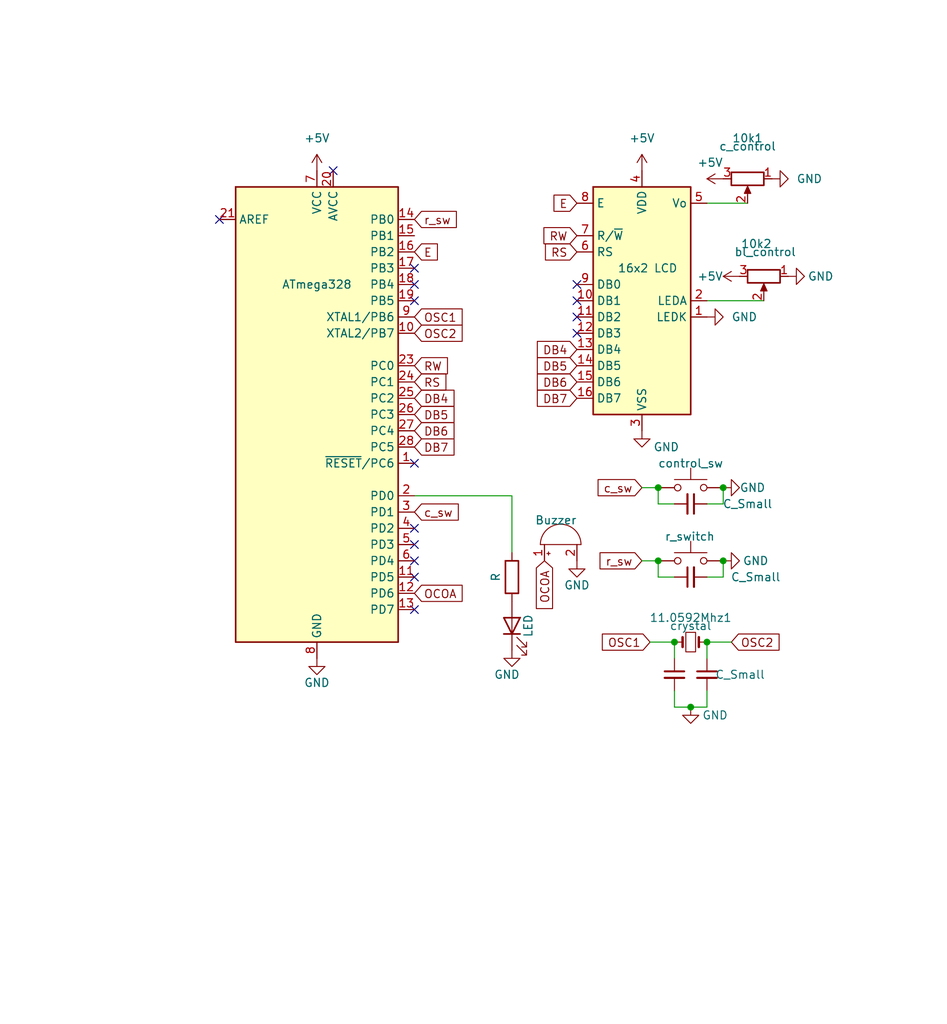
<source format=kicad_sch>
(kicad_sch (version 20211123) (generator eeschema)

  (uuid 901aed18-1b11-48b2-be76-22fb64cb12a5)

  (paper "User" 148.006 159.995)

  (title_block
    (title "Reaction Time Tester")
    (date "2022-11-18")
    (rev "1.0")
  )

  (lib_symbols
    (symbol "Device:Buzzer" (pin_names (offset 0.0254) hide) (in_bom yes) (on_board yes)
      (property "Reference" "BZ" (id 0) (at 3.81 1.27 0)
        (effects (font (size 1.27 1.27)) (justify left))
      )
      (property "Value" "Buzzer" (id 1) (at 3.81 -1.27 0)
        (effects (font (size 1.27 1.27)) (justify left))
      )
      (property "Footprint" "" (id 2) (at -0.635 2.54 90)
        (effects (font (size 1.27 1.27)) hide)
      )
      (property "Datasheet" "~" (id 3) (at -0.635 2.54 90)
        (effects (font (size 1.27 1.27)) hide)
      )
      (property "ki_keywords" "quartz resonator ceramic" (id 4) (at 0 0 0)
        (effects (font (size 1.27 1.27)) hide)
      )
      (property "ki_description" "Buzzer, polarized" (id 5) (at 0 0 0)
        (effects (font (size 1.27 1.27)) hide)
      )
      (property "ki_fp_filters" "*Buzzer*" (id 6) (at 0 0 0)
        (effects (font (size 1.27 1.27)) hide)
      )
      (symbol "Buzzer_0_1"
        (arc (start 0 -3.175) (mid 3.175 0) (end 0 3.175)
          (stroke (width 0) (type default) (color 0 0 0 0))
          (fill (type none))
        )
        (polyline
          (pts
            (xy -1.651 1.905)
            (xy -1.143 1.905)
          )
          (stroke (width 0) (type default) (color 0 0 0 0))
          (fill (type none))
        )
        (polyline
          (pts
            (xy -1.397 2.159)
            (xy -1.397 1.651)
          )
          (stroke (width 0) (type default) (color 0 0 0 0))
          (fill (type none))
        )
        (polyline
          (pts
            (xy 0 3.175)
            (xy 0 -3.175)
          )
          (stroke (width 0) (type default) (color 0 0 0 0))
          (fill (type none))
        )
      )
      (symbol "Buzzer_1_1"
        (pin passive line (at -2.54 2.54 0) (length 2.54)
          (name "-" (effects (font (size 1.27 1.27))))
          (number "1" (effects (font (size 1.27 1.27))))
        )
        (pin passive line (at -2.54 -2.54 0) (length 2.54)
          (name "+" (effects (font (size 1.27 1.27))))
          (number "2" (effects (font (size 1.27 1.27))))
        )
      )
    )
    (symbol "Device:C_Small" (pin_numbers hide) (pin_names (offset 0.254) hide) (in_bom yes) (on_board yes)
      (property "Reference" "C" (id 0) (at 0.254 1.778 0)
        (effects (font (size 1.27 1.27)) (justify left))
      )
      (property "Value" "C_Small" (id 1) (at 0.254 -2.032 0)
        (effects (font (size 1.27 1.27)) (justify left))
      )
      (property "Footprint" "" (id 2) (at 0 0 0)
        (effects (font (size 1.27 1.27)) hide)
      )
      (property "Datasheet" "~" (id 3) (at 0 0 0)
        (effects (font (size 1.27 1.27)) hide)
      )
      (property "ki_keywords" "capacitor cap" (id 4) (at 0 0 0)
        (effects (font (size 1.27 1.27)) hide)
      )
      (property "ki_description" "Unpolarized capacitor, small symbol" (id 5) (at 0 0 0)
        (effects (font (size 1.27 1.27)) hide)
      )
      (property "ki_fp_filters" "C_*" (id 6) (at 0 0 0)
        (effects (font (size 1.27 1.27)) hide)
      )
      (symbol "C_Small_0_1"
        (polyline
          (pts
            (xy -1.524 -0.508)
            (xy 1.524 -0.508)
          )
          (stroke (width 0.3302) (type default) (color 0 0 0 0))
          (fill (type none))
        )
        (polyline
          (pts
            (xy -1.524 0.508)
            (xy 1.524 0.508)
          )
          (stroke (width 0.3048) (type default) (color 0 0 0 0))
          (fill (type none))
        )
      )
      (symbol "C_Small_1_1"
        (pin passive line (at 0 2.54 270) (length 2.032)
          (name "~" (effects (font (size 1.27 1.27))))
          (number "1" (effects (font (size 1.27 1.27))))
        )
        (pin passive line (at 0 -2.54 90) (length 2.032)
          (name "~" (effects (font (size 1.27 1.27))))
          (number "2" (effects (font (size 1.27 1.27))))
        )
      )
    )
    (symbol "Device:Crystal_Small" (pin_numbers hide) (pin_names (offset 1.016) hide) (in_bom yes) (on_board yes)
      (property "Reference" "Y" (id 0) (at 0 2.54 0)
        (effects (font (size 1.27 1.27)))
      )
      (property "Value" "Crystal_Small" (id 1) (at 0 -2.54 0)
        (effects (font (size 1.27 1.27)))
      )
      (property "Footprint" "" (id 2) (at 0 0 0)
        (effects (font (size 1.27 1.27)) hide)
      )
      (property "Datasheet" "~" (id 3) (at 0 0 0)
        (effects (font (size 1.27 1.27)) hide)
      )
      (property "ki_keywords" "quartz ceramic resonator oscillator" (id 4) (at 0 0 0)
        (effects (font (size 1.27 1.27)) hide)
      )
      (property "ki_description" "Two pin crystal, small symbol" (id 5) (at 0 0 0)
        (effects (font (size 1.27 1.27)) hide)
      )
      (property "ki_fp_filters" "Crystal*" (id 6) (at 0 0 0)
        (effects (font (size 1.27 1.27)) hide)
      )
      (symbol "Crystal_Small_0_1"
        (rectangle (start -0.762 -1.524) (end 0.762 1.524)
          (stroke (width 0) (type default) (color 0 0 0 0))
          (fill (type none))
        )
        (polyline
          (pts
            (xy -1.27 -0.762)
            (xy -1.27 0.762)
          )
          (stroke (width 0.381) (type default) (color 0 0 0 0))
          (fill (type none))
        )
        (polyline
          (pts
            (xy 1.27 -0.762)
            (xy 1.27 0.762)
          )
          (stroke (width 0.381) (type default) (color 0 0 0 0))
          (fill (type none))
        )
      )
      (symbol "Crystal_Small_1_1"
        (pin passive line (at -2.54 0 0) (length 1.27)
          (name "1" (effects (font (size 1.27 1.27))))
          (number "1" (effects (font (size 1.27 1.27))))
        )
        (pin passive line (at 2.54 0 180) (length 1.27)
          (name "2" (effects (font (size 1.27 1.27))))
          (number "2" (effects (font (size 1.27 1.27))))
        )
      )
    )
    (symbol "Device:LED" (pin_numbers hide) (pin_names (offset 1.016) hide) (in_bom yes) (on_board yes)
      (property "Reference" "D" (id 0) (at 0 2.54 0)
        (effects (font (size 1.27 1.27)))
      )
      (property "Value" "LED" (id 1) (at 0 -2.54 0)
        (effects (font (size 1.27 1.27)))
      )
      (property "Footprint" "" (id 2) (at 0 0 0)
        (effects (font (size 1.27 1.27)) hide)
      )
      (property "Datasheet" "~" (id 3) (at 0 0 0)
        (effects (font (size 1.27 1.27)) hide)
      )
      (property "ki_keywords" "LED diode" (id 4) (at 0 0 0)
        (effects (font (size 1.27 1.27)) hide)
      )
      (property "ki_description" "Light emitting diode" (id 5) (at 0 0 0)
        (effects (font (size 1.27 1.27)) hide)
      )
      (property "ki_fp_filters" "LED* LED_SMD:* LED_THT:*" (id 6) (at 0 0 0)
        (effects (font (size 1.27 1.27)) hide)
      )
      (symbol "LED_0_1"
        (polyline
          (pts
            (xy -1.27 -1.27)
            (xy -1.27 1.27)
          )
          (stroke (width 0.254) (type default) (color 0 0 0 0))
          (fill (type none))
        )
        (polyline
          (pts
            (xy -1.27 0)
            (xy 1.27 0)
          )
          (stroke (width 0) (type default) (color 0 0 0 0))
          (fill (type none))
        )
        (polyline
          (pts
            (xy 1.27 -1.27)
            (xy 1.27 1.27)
            (xy -1.27 0)
            (xy 1.27 -1.27)
          )
          (stroke (width 0.254) (type default) (color 0 0 0 0))
          (fill (type none))
        )
        (polyline
          (pts
            (xy -3.048 -0.762)
            (xy -4.572 -2.286)
            (xy -3.81 -2.286)
            (xy -4.572 -2.286)
            (xy -4.572 -1.524)
          )
          (stroke (width 0) (type default) (color 0 0 0 0))
          (fill (type none))
        )
        (polyline
          (pts
            (xy -1.778 -0.762)
            (xy -3.302 -2.286)
            (xy -2.54 -2.286)
            (xy -3.302 -2.286)
            (xy -3.302 -1.524)
          )
          (stroke (width 0) (type default) (color 0 0 0 0))
          (fill (type none))
        )
      )
      (symbol "LED_1_1"
        (pin passive line (at -3.81 0 0) (length 2.54)
          (name "K" (effects (font (size 1.27 1.27))))
          (number "1" (effects (font (size 1.27 1.27))))
        )
        (pin passive line (at 3.81 0 180) (length 2.54)
          (name "A" (effects (font (size 1.27 1.27))))
          (number "2" (effects (font (size 1.27 1.27))))
        )
      )
    )
    (symbol "Device:R" (pin_numbers hide) (pin_names (offset 0)) (in_bom yes) (on_board yes)
      (property "Reference" "R" (id 0) (at 2.032 0 90)
        (effects (font (size 1.27 1.27)))
      )
      (property "Value" "R" (id 1) (at 0 0 90)
        (effects (font (size 1.27 1.27)))
      )
      (property "Footprint" "" (id 2) (at -1.778 0 90)
        (effects (font (size 1.27 1.27)) hide)
      )
      (property "Datasheet" "~" (id 3) (at 0 0 0)
        (effects (font (size 1.27 1.27)) hide)
      )
      (property "ki_keywords" "R res resistor" (id 4) (at 0 0 0)
        (effects (font (size 1.27 1.27)) hide)
      )
      (property "ki_description" "Resistor" (id 5) (at 0 0 0)
        (effects (font (size 1.27 1.27)) hide)
      )
      (property "ki_fp_filters" "R_*" (id 6) (at 0 0 0)
        (effects (font (size 1.27 1.27)) hide)
      )
      (symbol "R_0_1"
        (rectangle (start -1.016 -2.54) (end 1.016 2.54)
          (stroke (width 0.254) (type default) (color 0 0 0 0))
          (fill (type none))
        )
      )
      (symbol "R_1_1"
        (pin passive line (at 0 3.81 270) (length 1.27)
          (name "~" (effects (font (size 1.27 1.27))))
          (number "1" (effects (font (size 1.27 1.27))))
        )
        (pin passive line (at 0 -3.81 90) (length 1.27)
          (name "~" (effects (font (size 1.27 1.27))))
          (number "2" (effects (font (size 1.27 1.27))))
        )
      )
    )
    (symbol "Device:R_Potentiometer" (pin_names (offset 1.016) hide) (in_bom yes) (on_board yes)
      (property "Reference" "RV" (id 0) (at -4.445 0 90)
        (effects (font (size 1.27 1.27)))
      )
      (property "Value" "R_Potentiometer" (id 1) (at -2.54 0 90)
        (effects (font (size 1.27 1.27)))
      )
      (property "Footprint" "" (id 2) (at 0 0 0)
        (effects (font (size 1.27 1.27)) hide)
      )
      (property "Datasheet" "~" (id 3) (at 0 0 0)
        (effects (font (size 1.27 1.27)) hide)
      )
      (property "ki_keywords" "resistor variable" (id 4) (at 0 0 0)
        (effects (font (size 1.27 1.27)) hide)
      )
      (property "ki_description" "Potentiometer" (id 5) (at 0 0 0)
        (effects (font (size 1.27 1.27)) hide)
      )
      (property "ki_fp_filters" "Potentiometer*" (id 6) (at 0 0 0)
        (effects (font (size 1.27 1.27)) hide)
      )
      (symbol "R_Potentiometer_0_1"
        (polyline
          (pts
            (xy 2.54 0)
            (xy 1.524 0)
          )
          (stroke (width 0) (type default) (color 0 0 0 0))
          (fill (type none))
        )
        (polyline
          (pts
            (xy 1.143 0)
            (xy 2.286 0.508)
            (xy 2.286 -0.508)
            (xy 1.143 0)
          )
          (stroke (width 0) (type default) (color 0 0 0 0))
          (fill (type outline))
        )
        (rectangle (start 1.016 2.54) (end -1.016 -2.54)
          (stroke (width 0.254) (type default) (color 0 0 0 0))
          (fill (type none))
        )
      )
      (symbol "R_Potentiometer_1_1"
        (pin passive line (at 0 3.81 270) (length 1.27)
          (name "1" (effects (font (size 1.27 1.27))))
          (number "1" (effects (font (size 1.27 1.27))))
        )
        (pin passive line (at 3.81 0 180) (length 1.27)
          (name "2" (effects (font (size 1.27 1.27))))
          (number "2" (effects (font (size 1.27 1.27))))
        )
        (pin passive line (at 0 -3.81 90) (length 1.27)
          (name "3" (effects (font (size 1.27 1.27))))
          (number "3" (effects (font (size 1.27 1.27))))
        )
      )
    )
    (symbol "Display_Character:HY1602E" (in_bom yes) (on_board yes)
      (property "Reference" "DS" (id 0) (at -6.096 19.05 0)
        (effects (font (size 1.27 1.27)))
      )
      (property "Value" "HY1602E" (id 1) (at 5.08 19.05 0)
        (effects (font (size 1.27 1.27)))
      )
      (property "Footprint" "Display:HY1602E" (id 2) (at 0 -22.86 0)
        (effects (font (size 1.27 1.27) italic) hide)
      )
      (property "Datasheet" "http://www.icbank.com/data/ICBShop/board/HY1602E.pdf" (id 3) (at 5.08 2.54 0)
        (effects (font (size 1.27 1.27)) hide)
      )
      (property "ki_keywords" "display LCD 7-segment" (id 4) (at 0 0 0)
        (effects (font (size 1.27 1.27)) hide)
      )
      (property "ki_description" "LCD 16x2 Alphanumeric 16pin Blue/Yellow/Green Backlight, 8bit parallel, 5V VDD" (id 5) (at 0 0 0)
        (effects (font (size 1.27 1.27)) hide)
      )
      (property "ki_fp_filters" "*HY1602E*" (id 6) (at 0 0 0)
        (effects (font (size 1.27 1.27)) hide)
      )
      (symbol "HY1602E_0_1"
        (rectangle (start -7.62 17.78) (end 7.62 -17.78)
          (stroke (width 0.254) (type default) (color 0 0 0 0))
          (fill (type background))
        )
      )
      (symbol "HY1602E_1_1"
        (pin passive line (at 10.16 -2.54 180) (length 2.54)
          (name "LEDK" (effects (font (size 1.27 1.27))))
          (number "1" (effects (font (size 1.27 1.27))))
        )
        (pin bidirectional line (at -10.16 0 0) (length 2.54)
          (name "DB1" (effects (font (size 1.27 1.27))))
          (number "10" (effects (font (size 1.27 1.27))))
        )
        (pin bidirectional line (at -10.16 -2.54 0) (length 2.54)
          (name "DB2" (effects (font (size 1.27 1.27))))
          (number "11" (effects (font (size 1.27 1.27))))
        )
        (pin bidirectional line (at -10.16 -5.08 0) (length 2.54)
          (name "DB3" (effects (font (size 1.27 1.27))))
          (number "12" (effects (font (size 1.27 1.27))))
        )
        (pin bidirectional line (at -10.16 -7.62 0) (length 2.54)
          (name "DB4" (effects (font (size 1.27 1.27))))
          (number "13" (effects (font (size 1.27 1.27))))
        )
        (pin bidirectional line (at -10.16 -10.16 0) (length 2.54)
          (name "DB5" (effects (font (size 1.27 1.27))))
          (number "14" (effects (font (size 1.27 1.27))))
        )
        (pin bidirectional line (at -10.16 -12.7 0) (length 2.54)
          (name "DB6" (effects (font (size 1.27 1.27))))
          (number "15" (effects (font (size 1.27 1.27))))
        )
        (pin bidirectional line (at -10.16 -15.24 0) (length 2.54)
          (name "DB7" (effects (font (size 1.27 1.27))))
          (number "16" (effects (font (size 1.27 1.27))))
        )
        (pin passive line (at 10.16 0 180) (length 2.54)
          (name "LEDA" (effects (font (size 1.27 1.27))))
          (number "2" (effects (font (size 1.27 1.27))))
        )
        (pin power_in line (at 0 -20.32 90) (length 2.54)
          (name "VSS" (effects (font (size 1.27 1.27))))
          (number "3" (effects (font (size 1.27 1.27))))
        )
        (pin power_in line (at 0 20.32 270) (length 2.54)
          (name "VDD" (effects (font (size 1.27 1.27))))
          (number "4" (effects (font (size 1.27 1.27))))
        )
        (pin input line (at 10.16 15.24 180) (length 2.54)
          (name "Vo" (effects (font (size 1.27 1.27))))
          (number "5" (effects (font (size 1.27 1.27))))
        )
        (pin input line (at -10.16 7.62 0) (length 2.54)
          (name "RS" (effects (font (size 1.27 1.27))))
          (number "6" (effects (font (size 1.27 1.27))))
        )
        (pin input line (at -10.16 10.16 0) (length 2.54)
          (name "R/~{W}" (effects (font (size 1.27 1.27))))
          (number "7" (effects (font (size 1.27 1.27))))
        )
        (pin input line (at -10.16 15.24 0) (length 2.54)
          (name "E" (effects (font (size 1.27 1.27))))
          (number "8" (effects (font (size 1.27 1.27))))
        )
        (pin bidirectional line (at -10.16 2.54 0) (length 2.54)
          (name "DB0" (effects (font (size 1.27 1.27))))
          (number "9" (effects (font (size 1.27 1.27))))
        )
      )
    )
    (symbol "MCU_Microchip_ATmega:ATmega328-P" (in_bom yes) (on_board yes)
      (property "Reference" "U" (id 0) (at -12.7 36.83 0)
        (effects (font (size 1.27 1.27)) (justify left bottom))
      )
      (property "Value" "ATmega328-P" (id 1) (at 2.54 -36.83 0)
        (effects (font (size 1.27 1.27)) (justify left top))
      )
      (property "Footprint" "Package_DIP:DIP-28_W7.62mm" (id 2) (at 0 0 0)
        (effects (font (size 1.27 1.27) italic) hide)
      )
      (property "Datasheet" "http://ww1.microchip.com/downloads/en/DeviceDoc/ATmega328_P%20AVR%20MCU%20with%20picoPower%20Technology%20Data%20Sheet%2040001984A.pdf" (id 3) (at 0 0 0)
        (effects (font (size 1.27 1.27)) hide)
      )
      (property "ki_keywords" "AVR 8bit Microcontroller MegaAVR" (id 4) (at 0 0 0)
        (effects (font (size 1.27 1.27)) hide)
      )
      (property "ki_description" "20MHz, 32kB Flash, 2kB SRAM, 1kB EEPROM, DIP-28" (id 5) (at 0 0 0)
        (effects (font (size 1.27 1.27)) hide)
      )
      (property "ki_fp_filters" "DIP*W7.62mm*" (id 6) (at 0 0 0)
        (effects (font (size 1.27 1.27)) hide)
      )
      (symbol "ATmega328-P_0_1"
        (rectangle (start -12.7 -35.56) (end 12.7 35.56)
          (stroke (width 0.254) (type default) (color 0 0 0 0))
          (fill (type background))
        )
      )
      (symbol "ATmega328-P_1_1"
        (pin bidirectional line (at 15.24 -7.62 180) (length 2.54)
          (name "~{RESET}/PC6" (effects (font (size 1.27 1.27))))
          (number "1" (effects (font (size 1.27 1.27))))
        )
        (pin bidirectional line (at 15.24 12.7 180) (length 2.54)
          (name "XTAL2/PB7" (effects (font (size 1.27 1.27))))
          (number "10" (effects (font (size 1.27 1.27))))
        )
        (pin bidirectional line (at 15.24 -25.4 180) (length 2.54)
          (name "PD5" (effects (font (size 1.27 1.27))))
          (number "11" (effects (font (size 1.27 1.27))))
        )
        (pin bidirectional line (at 15.24 -27.94 180) (length 2.54)
          (name "PD6" (effects (font (size 1.27 1.27))))
          (number "12" (effects (font (size 1.27 1.27))))
        )
        (pin bidirectional line (at 15.24 -30.48 180) (length 2.54)
          (name "PD7" (effects (font (size 1.27 1.27))))
          (number "13" (effects (font (size 1.27 1.27))))
        )
        (pin bidirectional line (at 15.24 30.48 180) (length 2.54)
          (name "PB0" (effects (font (size 1.27 1.27))))
          (number "14" (effects (font (size 1.27 1.27))))
        )
        (pin bidirectional line (at 15.24 27.94 180) (length 2.54)
          (name "PB1" (effects (font (size 1.27 1.27))))
          (number "15" (effects (font (size 1.27 1.27))))
        )
        (pin bidirectional line (at 15.24 25.4 180) (length 2.54)
          (name "PB2" (effects (font (size 1.27 1.27))))
          (number "16" (effects (font (size 1.27 1.27))))
        )
        (pin bidirectional line (at 15.24 22.86 180) (length 2.54)
          (name "PB3" (effects (font (size 1.27 1.27))))
          (number "17" (effects (font (size 1.27 1.27))))
        )
        (pin bidirectional line (at 15.24 20.32 180) (length 2.54)
          (name "PB4" (effects (font (size 1.27 1.27))))
          (number "18" (effects (font (size 1.27 1.27))))
        )
        (pin bidirectional line (at 15.24 17.78 180) (length 2.54)
          (name "PB5" (effects (font (size 1.27 1.27))))
          (number "19" (effects (font (size 1.27 1.27))))
        )
        (pin bidirectional line (at 15.24 -12.7 180) (length 2.54)
          (name "PD0" (effects (font (size 1.27 1.27))))
          (number "2" (effects (font (size 1.27 1.27))))
        )
        (pin power_in line (at 2.54 38.1 270) (length 2.54)
          (name "AVCC" (effects (font (size 1.27 1.27))))
          (number "20" (effects (font (size 1.27 1.27))))
        )
        (pin passive line (at -15.24 30.48 0) (length 2.54)
          (name "AREF" (effects (font (size 1.27 1.27))))
          (number "21" (effects (font (size 1.27 1.27))))
        )
        (pin passive line (at 0 -38.1 90) (length 2.54) hide
          (name "GND" (effects (font (size 1.27 1.27))))
          (number "22" (effects (font (size 1.27 1.27))))
        )
        (pin bidirectional line (at 15.24 7.62 180) (length 2.54)
          (name "PC0" (effects (font (size 1.27 1.27))))
          (number "23" (effects (font (size 1.27 1.27))))
        )
        (pin bidirectional line (at 15.24 5.08 180) (length 2.54)
          (name "PC1" (effects (font (size 1.27 1.27))))
          (number "24" (effects (font (size 1.27 1.27))))
        )
        (pin bidirectional line (at 15.24 2.54 180) (length 2.54)
          (name "PC2" (effects (font (size 1.27 1.27))))
          (number "25" (effects (font (size 1.27 1.27))))
        )
        (pin bidirectional line (at 15.24 0 180) (length 2.54)
          (name "PC3" (effects (font (size 1.27 1.27))))
          (number "26" (effects (font (size 1.27 1.27))))
        )
        (pin bidirectional line (at 15.24 -2.54 180) (length 2.54)
          (name "PC4" (effects (font (size 1.27 1.27))))
          (number "27" (effects (font (size 1.27 1.27))))
        )
        (pin bidirectional line (at 15.24 -5.08 180) (length 2.54)
          (name "PC5" (effects (font (size 1.27 1.27))))
          (number "28" (effects (font (size 1.27 1.27))))
        )
        (pin bidirectional line (at 15.24 -15.24 180) (length 2.54)
          (name "PD1" (effects (font (size 1.27 1.27))))
          (number "3" (effects (font (size 1.27 1.27))))
        )
        (pin bidirectional line (at 15.24 -17.78 180) (length 2.54)
          (name "PD2" (effects (font (size 1.27 1.27))))
          (number "4" (effects (font (size 1.27 1.27))))
        )
        (pin bidirectional line (at 15.24 -20.32 180) (length 2.54)
          (name "PD3" (effects (font (size 1.27 1.27))))
          (number "5" (effects (font (size 1.27 1.27))))
        )
        (pin bidirectional line (at 15.24 -22.86 180) (length 2.54)
          (name "PD4" (effects (font (size 1.27 1.27))))
          (number "6" (effects (font (size 1.27 1.27))))
        )
        (pin power_in line (at 0 38.1 270) (length 2.54)
          (name "VCC" (effects (font (size 1.27 1.27))))
          (number "7" (effects (font (size 1.27 1.27))))
        )
        (pin power_in line (at 0 -38.1 90) (length 2.54)
          (name "GND" (effects (font (size 1.27 1.27))))
          (number "8" (effects (font (size 1.27 1.27))))
        )
        (pin bidirectional line (at 15.24 15.24 180) (length 2.54)
          (name "XTAL1/PB6" (effects (font (size 1.27 1.27))))
          (number "9" (effects (font (size 1.27 1.27))))
        )
      )
    )
    (symbol "Switch:SW_Push" (pin_numbers hide) (pin_names (offset 1.016) hide) (in_bom yes) (on_board yes)
      (property "Reference" "SW" (id 0) (at 1.27 2.54 0)
        (effects (font (size 1.27 1.27)) (justify left))
      )
      (property "Value" "SW_Push" (id 1) (at 0 -1.524 0)
        (effects (font (size 1.27 1.27)))
      )
      (property "Footprint" "" (id 2) (at 0 5.08 0)
        (effects (font (size 1.27 1.27)) hide)
      )
      (property "Datasheet" "~" (id 3) (at 0 5.08 0)
        (effects (font (size 1.27 1.27)) hide)
      )
      (property "ki_keywords" "switch normally-open pushbutton push-button" (id 4) (at 0 0 0)
        (effects (font (size 1.27 1.27)) hide)
      )
      (property "ki_description" "Push button switch, generic, two pins" (id 5) (at 0 0 0)
        (effects (font (size 1.27 1.27)) hide)
      )
      (symbol "SW_Push_0_1"
        (circle (center -2.032 0) (radius 0.508)
          (stroke (width 0) (type default) (color 0 0 0 0))
          (fill (type none))
        )
        (polyline
          (pts
            (xy 0 1.27)
            (xy 0 3.048)
          )
          (stroke (width 0) (type default) (color 0 0 0 0))
          (fill (type none))
        )
        (polyline
          (pts
            (xy 2.54 1.27)
            (xy -2.54 1.27)
          )
          (stroke (width 0) (type default) (color 0 0 0 0))
          (fill (type none))
        )
        (circle (center 2.032 0) (radius 0.508)
          (stroke (width 0) (type default) (color 0 0 0 0))
          (fill (type none))
        )
        (pin passive line (at -5.08 0 0) (length 2.54)
          (name "1" (effects (font (size 1.27 1.27))))
          (number "1" (effects (font (size 1.27 1.27))))
        )
        (pin passive line (at 5.08 0 180) (length 2.54)
          (name "2" (effects (font (size 1.27 1.27))))
          (number "2" (effects (font (size 1.27 1.27))))
        )
      )
    )
    (symbol "power:+5V" (power) (pin_names (offset 0)) (in_bom yes) (on_board yes)
      (property "Reference" "#PWR" (id 0) (at 0 -3.81 0)
        (effects (font (size 1.27 1.27)) hide)
      )
      (property "Value" "+5V" (id 1) (at 0 3.556 0)
        (effects (font (size 1.27 1.27)))
      )
      (property "Footprint" "" (id 2) (at 0 0 0)
        (effects (font (size 1.27 1.27)) hide)
      )
      (property "Datasheet" "" (id 3) (at 0 0 0)
        (effects (font (size 1.27 1.27)) hide)
      )
      (property "ki_keywords" "power-flag" (id 4) (at 0 0 0)
        (effects (font (size 1.27 1.27)) hide)
      )
      (property "ki_description" "Power symbol creates a global label with name \"+5V\"" (id 5) (at 0 0 0)
        (effects (font (size 1.27 1.27)) hide)
      )
      (symbol "+5V_0_1"
        (polyline
          (pts
            (xy -0.762 1.27)
            (xy 0 2.54)
          )
          (stroke (width 0) (type default) (color 0 0 0 0))
          (fill (type none))
        )
        (polyline
          (pts
            (xy 0 0)
            (xy 0 2.54)
          )
          (stroke (width 0) (type default) (color 0 0 0 0))
          (fill (type none))
        )
        (polyline
          (pts
            (xy 0 2.54)
            (xy 0.762 1.27)
          )
          (stroke (width 0) (type default) (color 0 0 0 0))
          (fill (type none))
        )
      )
      (symbol "+5V_1_1"
        (pin power_in line (at 0 0 90) (length 0) hide
          (name "+5V" (effects (font (size 1.27 1.27))))
          (number "1" (effects (font (size 1.27 1.27))))
        )
      )
    )
    (symbol "power:GND" (power) (pin_names (offset 0)) (in_bom yes) (on_board yes)
      (property "Reference" "#PWR" (id 0) (at 0 -6.35 0)
        (effects (font (size 1.27 1.27)) hide)
      )
      (property "Value" "GND" (id 1) (at 0 -3.81 0)
        (effects (font (size 1.27 1.27)))
      )
      (property "Footprint" "" (id 2) (at 0 0 0)
        (effects (font (size 1.27 1.27)) hide)
      )
      (property "Datasheet" "" (id 3) (at 0 0 0)
        (effects (font (size 1.27 1.27)) hide)
      )
      (property "ki_keywords" "power-flag" (id 4) (at 0 0 0)
        (effects (font (size 1.27 1.27)) hide)
      )
      (property "ki_description" "Power symbol creates a global label with name \"GND\" , ground" (id 5) (at 0 0 0)
        (effects (font (size 1.27 1.27)) hide)
      )
      (symbol "GND_0_1"
        (polyline
          (pts
            (xy 0 0)
            (xy 0 -1.27)
            (xy 1.27 -1.27)
            (xy 0 -2.54)
            (xy -1.27 -1.27)
            (xy 0 -1.27)
          )
          (stroke (width 0) (type default) (color 0 0 0 0))
          (fill (type none))
        )
      )
      (symbol "GND_1_1"
        (pin power_in line (at 0 0 270) (length 0) hide
          (name "GND" (effects (font (size 1.27 1.27))))
          (number "1" (effects (font (size 1.27 1.27))))
        )
      )
    )
  )

  (junction (at 102.87 87.63) (diameter 0) (color 0 0 0 0)
    (uuid 10db51c8-377a-4009-b011-8bdad2f39186)
  )
  (junction (at 113.03 76.2) (diameter 0) (color 0 0 0 0)
    (uuid 5c120216-169d-4780-acf2-0cebcdf8c55c)
  )
  (junction (at 102.87 76.2) (diameter 0) (color 0 0 0 0)
    (uuid 6093ecb3-4ef4-454e-bb2e-abef6a2adf2d)
  )
  (junction (at 107.95 110.49) (diameter 0) (color 0 0 0 0)
    (uuid 82e3f5c9-7ea2-4728-97ed-f6e31a3a0218)
  )
  (junction (at 105.41 100.33) (diameter 0) (color 0 0 0 0)
    (uuid d67f7b55-0960-4dff-945d-010f2a17b445)
  )
  (junction (at 113.03 87.63) (diameter 0) (color 0 0 0 0)
    (uuid e9453b91-0ee0-4046-8e07-dfb8069b2a54)
  )
  (junction (at 110.49 100.33) (diameter 0) (color 0 0 0 0)
    (uuid f8150983-d7ce-4be6-b73b-99ba73c4784a)
  )

  (no_connect (at 52.07 26.67) (uuid c1d6cef5-5403-4cf4-aa24-d38b4a5754d4))
  (no_connect (at 64.77 46.99) (uuid c1d6cef5-5403-4cf4-aa24-d38b4a5754d5))
  (no_connect (at 64.77 41.91) (uuid c1d6cef5-5403-4cf4-aa24-d38b4a5754d6))
  (no_connect (at 64.77 44.45) (uuid c1d6cef5-5403-4cf4-aa24-d38b4a5754d7))
  (no_connect (at 34.29 34.29) (uuid c1d6cef5-5403-4cf4-aa24-d38b4a5754d8))
  (no_connect (at 64.77 90.17) (uuid c1d6cef5-5403-4cf4-aa24-d38b4a5754d9))
  (no_connect (at 64.77 95.25) (uuid c1d6cef5-5403-4cf4-aa24-d38b4a5754da))
  (no_connect (at 64.77 72.39) (uuid c1d6cef5-5403-4cf4-aa24-d38b4a5754dc))
  (no_connect (at 64.77 82.55) (uuid c1d6cef5-5403-4cf4-aa24-d38b4a5754de))
  (no_connect (at 64.77 85.09) (uuid c1d6cef5-5403-4cf4-aa24-d38b4a5754df))
  (no_connect (at 64.77 87.63) (uuid c1d6cef5-5403-4cf4-aa24-d38b4a5754e0))
  (no_connect (at 90.17 44.45) (uuid c1d6cef5-5403-4cf4-aa24-d38b4a5754e1))
  (no_connect (at 90.17 46.99) (uuid c1d6cef5-5403-4cf4-aa24-d38b4a5754e2))
  (no_connect (at 90.17 49.53) (uuid c1d6cef5-5403-4cf4-aa24-d38b4a5754e3))
  (no_connect (at 90.17 52.07) (uuid c1d6cef5-5403-4cf4-aa24-d38b4a5754e4))

  (wire (pts (xy 80.01 86.36) (xy 80.01 77.47))
    (stroke (width 0) (type default) (color 0 0 0 0))
    (uuid 09309c39-0f7b-4064-891b-0711db9696b6)
  )
  (wire (pts (xy 105.41 102.87) (xy 105.41 100.33))
    (stroke (width 0) (type default) (color 0 0 0 0))
    (uuid 0ad98e82-f4e7-4f1f-9cff-9c5bb46d432a)
  )
  (wire (pts (xy 102.87 76.2) (xy 102.87 78.74))
    (stroke (width 0) (type default) (color 0 0 0 0))
    (uuid 0b78e9a2-683a-4bca-acf9-6f7405329d4e)
  )
  (wire (pts (xy 113.03 76.2) (xy 113.03 78.74))
    (stroke (width 0) (type default) (color 0 0 0 0))
    (uuid 144fa7dd-31ec-40dd-970d-ab92b2a1a0c7)
  )
  (wire (pts (xy 101.6 100.33) (xy 105.41 100.33))
    (stroke (width 0) (type default) (color 0 0 0 0))
    (uuid 15924775-a1da-4ca9-b607-0bc5557127cd)
  )
  (wire (pts (xy 110.49 46.99) (xy 119.38 46.99))
    (stroke (width 0) (type default) (color 0 0 0 0))
    (uuid 1d8685b8-7913-46de-ab16-9110b7eeb2b2)
  )
  (wire (pts (xy 110.49 31.75) (xy 116.84 31.75))
    (stroke (width 0) (type default) (color 0 0 0 0))
    (uuid 515968b7-090b-4ee7-a7fb-8cf97ea1c434)
  )
  (wire (pts (xy 64.77 77.47) (xy 80.01 77.47))
    (stroke (width 0) (type default) (color 0 0 0 0))
    (uuid 5f0c3bf7-ee08-4f5d-b99b-69f932cbd24b)
  )
  (wire (pts (xy 100.33 76.2) (xy 102.87 76.2))
    (stroke (width 0) (type default) (color 0 0 0 0))
    (uuid 6995063b-fd8a-4756-ba16-06f7b54b349e)
  )
  (wire (pts (xy 105.41 90.17) (xy 102.87 90.17))
    (stroke (width 0) (type default) (color 0 0 0 0))
    (uuid 6a6deaff-2b44-49f4-8b2a-8ae2722a7ab5)
  )
  (wire (pts (xy 100.33 87.63) (xy 102.87 87.63))
    (stroke (width 0) (type default) (color 0 0 0 0))
    (uuid 7f4e3145-fdbc-475b-9957-e9b506c5886a)
  )
  (wire (pts (xy 105.41 110.49) (xy 105.41 107.95))
    (stroke (width 0) (type default) (color 0 0 0 0))
    (uuid 92844eed-b301-4f79-90a1-87ae3b6114c8)
  )
  (wire (pts (xy 105.41 78.74) (xy 102.87 78.74))
    (stroke (width 0) (type default) (color 0 0 0 0))
    (uuid 9a4dbdcc-8198-4bb7-b7a7-21d767e798f0)
  )
  (wire (pts (xy 102.87 90.17) (xy 102.87 87.63))
    (stroke (width 0) (type default) (color 0 0 0 0))
    (uuid ac8cac88-66ff-4a97-9880-85f01229e5cf)
  )
  (wire (pts (xy 110.49 110.49) (xy 110.49 107.95))
    (stroke (width 0) (type default) (color 0 0 0 0))
    (uuid accc610a-ee6f-4b9e-90cb-560177ee401d)
  )
  (wire (pts (xy 107.95 110.49) (xy 110.49 110.49))
    (stroke (width 0) (type default) (color 0 0 0 0))
    (uuid ad4262b0-24b3-457e-87e1-733ae1762aaa)
  )
  (wire (pts (xy 114.3 100.33) (xy 110.49 100.33))
    (stroke (width 0) (type default) (color 0 0 0 0))
    (uuid b10fa75e-4996-4dc5-bdd2-2e944d022829)
  )
  (wire (pts (xy 110.49 78.74) (xy 113.03 78.74))
    (stroke (width 0) (type default) (color 0 0 0 0))
    (uuid b4f54e4c-782a-4be5-815a-1d483e030e27)
  )
  (wire (pts (xy 105.41 110.49) (xy 107.95 110.49))
    (stroke (width 0) (type default) (color 0 0 0 0))
    (uuid d7c321e6-6a20-4e56-b36a-cb8f67fda670)
  )
  (wire (pts (xy 113.03 90.17) (xy 113.03 87.63))
    (stroke (width 0) (type default) (color 0 0 0 0))
    (uuid ea3527c7-98b2-4828-983c-ca72ae080495)
  )
  (wire (pts (xy 110.49 90.17) (xy 113.03 90.17))
    (stroke (width 0) (type default) (color 0 0 0 0))
    (uuid ef531f2a-de2f-4b48-a621-f595a0187ce3)
  )
  (wire (pts (xy 110.49 102.87) (xy 110.49 100.33))
    (stroke (width 0) (type default) (color 0 0 0 0))
    (uuid fe4dd110-5412-4b39-85a8-d9d6aa35f497)
  )

  (global_label "DB4" (shape input) (at 64.77 62.23 0) (fields_autoplaced)
    (effects (font (size 1.27 1.27)) (justify left))
    (uuid 1b10f031-7085-4de4-9a26-585515a57bcd)
    (property "Intersheet References" "${INTERSHEET_REFS}" (id 0) (at 70.9326 62.1506 0)
      (effects (font (size 1.27 1.27)) (justify left) hide)
    )
  )
  (global_label "OCOA" (shape input) (at 85.09 87.63 270) (fields_autoplaced)
    (effects (font (size 1.27 1.27)) (justify right))
    (uuid 2a4ea307-9083-40b7-ae68-2c865510950b)
    (property "Intersheet References" "${INTERSHEET_REFS}" (id 0) (at 85.0106 95.0626 90)
      (effects (font (size 1.27 1.27)) (justify right) hide)
    )
  )
  (global_label "DB6" (shape input) (at 90.17 59.69 180) (fields_autoplaced)
    (effects (font (size 1.27 1.27)) (justify right))
    (uuid 2a736c25-20cf-469a-b567-795db9e24c3a)
    (property "Intersheet References" "${INTERSHEET_REFS}" (id 0) (at 84.0074 59.6106 0)
      (effects (font (size 1.27 1.27)) (justify right) hide)
    )
  )
  (global_label "OSC1" (shape input) (at 101.6 100.33 180) (fields_autoplaced)
    (effects (font (size 1.27 1.27)) (justify right))
    (uuid 304029b3-7651-4a5a-876f-31d949185cdd)
    (property "Intersheet References" "${INTERSHEET_REFS}" (id 0) (at 94.1674 100.2506 0)
      (effects (font (size 1.27 1.27)) (justify right) hide)
    )
  )
  (global_label "DB5" (shape input) (at 90.17 57.15 180) (fields_autoplaced)
    (effects (font (size 1.27 1.27)) (justify right))
    (uuid 31638c52-c965-4e7f-986a-a3124ab0444f)
    (property "Intersheet References" "${INTERSHEET_REFS}" (id 0) (at 84.0074 57.0706 0)
      (effects (font (size 1.27 1.27)) (justify right) hide)
    )
  )
  (global_label "OSC2" (shape input) (at 64.77 52.07 0) (fields_autoplaced)
    (effects (font (size 1.27 1.27)) (justify left))
    (uuid 32fada62-3b24-4e28-9cea-a15270c2e6f4)
    (property "Intersheet References" "${INTERSHEET_REFS}" (id 0) (at 72.2026 51.9906 0)
      (effects (font (size 1.27 1.27)) (justify left) hide)
    )
  )
  (global_label "OSC2" (shape input) (at 114.3 100.33 0) (fields_autoplaced)
    (effects (font (size 1.27 1.27)) (justify left))
    (uuid 38611782-2b07-4cf3-9bf3-7575ab8bf2aa)
    (property "Intersheet References" "${INTERSHEET_REFS}" (id 0) (at 121.7326 100.2506 0)
      (effects (font (size 1.27 1.27)) (justify left) hide)
    )
  )
  (global_label "E" (shape input) (at 64.77 39.37 0) (fields_autoplaced)
    (effects (font (size 1.27 1.27)) (justify left))
    (uuid 4b03293b-0171-47fd-98f0-5ae10f9a96b8)
    (property "Intersheet References" "${INTERSHEET_REFS}" (id 0) (at 68.3321 39.2906 0)
      (effects (font (size 1.27 1.27)) (justify left) hide)
    )
  )
  (global_label "r_sw" (shape input) (at 64.77 34.29 0) (fields_autoplaced)
    (effects (font (size 1.27 1.27)) (justify left))
    (uuid 53b6b685-5efe-4098-a709-79e34325d26a)
    (property "Intersheet References" "${INTERSHEET_REFS}" (id 0) (at 71.2955 34.2106 0)
      (effects (font (size 1.27 1.27)) (justify left) hide)
    )
  )
  (global_label "DB5" (shape input) (at 64.77 64.77 0) (fields_autoplaced)
    (effects (font (size 1.27 1.27)) (justify left))
    (uuid 56a3931e-839e-40c2-8d3c-b73a9fc80346)
    (property "Intersheet References" "${INTERSHEET_REFS}" (id 0) (at 70.9326 64.6906 0)
      (effects (font (size 1.27 1.27)) (justify left) hide)
    )
  )
  (global_label "RS" (shape input) (at 64.77 59.69 0) (fields_autoplaced)
    (effects (font (size 1.27 1.27)) (justify left))
    (uuid 58602bef-3a8a-46ce-9164-63478d5c74ca)
    (property "Intersheet References" "${INTERSHEET_REFS}" (id 0) (at 69.6626 59.6106 0)
      (effects (font (size 1.27 1.27)) (justify left) hide)
    )
  )
  (global_label "c_sw" (shape input) (at 100.33 76.2 180) (fields_autoplaced)
    (effects (font (size 1.27 1.27)) (justify right))
    (uuid 5c377cdd-b765-4f1d-911f-6a61952c5db6)
    (property "Intersheet References" "${INTERSHEET_REFS}" (id 0) (at 93.5021 76.1206 0)
      (effects (font (size 1.27 1.27)) (justify right) hide)
    )
  )
  (global_label "RW" (shape input) (at 90.17 36.83 180) (fields_autoplaced)
    (effects (font (size 1.27 1.27)) (justify right))
    (uuid 63b4179a-763c-4a55-ba03-2c5ac1938ebd)
    (property "Intersheet References" "${INTERSHEET_REFS}" (id 0) (at 85.0355 36.7506 0)
      (effects (font (size 1.27 1.27)) (justify right) hide)
    )
  )
  (global_label "DB6" (shape input) (at 64.77 67.31 0) (fields_autoplaced)
    (effects (font (size 1.27 1.27)) (justify left))
    (uuid 67d8ecc8-4770-4dc2-89bd-fcc86fd5f431)
    (property "Intersheet References" "${INTERSHEET_REFS}" (id 0) (at 70.9326 67.2306 0)
      (effects (font (size 1.27 1.27)) (justify left) hide)
    )
  )
  (global_label "RS" (shape input) (at 90.17 39.37 180) (fields_autoplaced)
    (effects (font (size 1.27 1.27)) (justify right))
    (uuid 7319e64d-bec5-4b51-b11d-b3e9c9e117e5)
    (property "Intersheet References" "${INTERSHEET_REFS}" (id 0) (at 85.2774 39.2906 0)
      (effects (font (size 1.27 1.27)) (justify right) hide)
    )
  )
  (global_label "c_sw" (shape input) (at 64.77 80.01 0) (fields_autoplaced)
    (effects (font (size 1.27 1.27)) (justify left))
    (uuid 797f31aa-d43a-4dd4-8c7d-3734f2266da8)
    (property "Intersheet References" "${INTERSHEET_REFS}" (id 0) (at 71.5979 80.0894 0)
      (effects (font (size 1.27 1.27)) (justify left) hide)
    )
  )
  (global_label "DB7" (shape input) (at 90.17 62.23 180) (fields_autoplaced)
    (effects (font (size 1.27 1.27)) (justify right))
    (uuid 92c08759-e782-4679-adcf-5a9bff2a2b35)
    (property "Intersheet References" "${INTERSHEET_REFS}" (id 0) (at 84.0074 62.1506 0)
      (effects (font (size 1.27 1.27)) (justify right) hide)
    )
  )
  (global_label "E" (shape input) (at 90.17 31.75 180) (fields_autoplaced)
    (effects (font (size 1.27 1.27)) (justify right))
    (uuid 9b8b589e-d770-42a9-92d7-4fda603dc011)
    (property "Intersheet References" "${INTERSHEET_REFS}" (id 0) (at 86.6079 31.6706 0)
      (effects (font (size 1.27 1.27)) (justify right) hide)
    )
  )
  (global_label "RW" (shape input) (at 64.77 57.15 0) (fields_autoplaced)
    (effects (font (size 1.27 1.27)) (justify left))
    (uuid a5d59555-919b-498e-b1bf-574344121411)
    (property "Intersheet References" "${INTERSHEET_REFS}" (id 0) (at 69.9045 57.0706 0)
      (effects (font (size 1.27 1.27)) (justify left) hide)
    )
  )
  (global_label "r_sw" (shape input) (at 100.33 87.63 180) (fields_autoplaced)
    (effects (font (size 1.27 1.27)) (justify right))
    (uuid bb33dbb4-9a80-4fd4-afa4-70b216eaa0be)
    (property "Intersheet References" "${INTERSHEET_REFS}" (id 0) (at 93.8045 87.5506 0)
      (effects (font (size 1.27 1.27)) (justify right) hide)
    )
  )
  (global_label "DB7" (shape input) (at 64.77 69.85 0) (fields_autoplaced)
    (effects (font (size 1.27 1.27)) (justify left))
    (uuid c4df17dd-9f93-4772-84ce-dec9dbcc4067)
    (property "Intersheet References" "${INTERSHEET_REFS}" (id 0) (at 70.9326 69.7706 0)
      (effects (font (size 1.27 1.27)) (justify left) hide)
    )
  )
  (global_label "OSC1" (shape input) (at 64.77 49.53 0) (fields_autoplaced)
    (effects (font (size 1.27 1.27)) (justify left))
    (uuid d00a4554-12ab-435f-84a8-fea03a96b8cd)
    (property "Intersheet References" "${INTERSHEET_REFS}" (id 0) (at 72.2026 49.4506 0)
      (effects (font (size 1.27 1.27)) (justify left) hide)
    )
  )
  (global_label "OCOA" (shape input) (at 64.77 92.71 0) (fields_autoplaced)
    (effects (font (size 1.27 1.27)) (justify left))
    (uuid d6a60c2c-c1c4-46b6-af58-80b672b89548)
    (property "Intersheet References" "${INTERSHEET_REFS}" (id 0) (at 72.2026 92.6306 0)
      (effects (font (size 1.27 1.27)) (justify left) hide)
    )
  )
  (global_label "DB4" (shape input) (at 90.17 54.61 180) (fields_autoplaced)
    (effects (font (size 1.27 1.27)) (justify right))
    (uuid fc412928-9361-41a7-93d9-2b5b5fbe27d2)
    (property "Intersheet References" "${INTERSHEET_REFS}" (id 0) (at 84.0074 54.5306 0)
      (effects (font (size 1.27 1.27)) (justify right) hide)
    )
  )

  (symbol (lib_id "power:+5V") (at 115.57 43.18 90) (unit 1)
    (in_bom yes) (on_board yes)
    (uuid 0549d77d-1c5b-4db2-94c0-cda38d70a052)
    (property "Reference" "#PWR0109" (id 0) (at 119.38 43.18 0)
      (effects (font (size 1.27 1.27)) hide)
    )
    (property "Value" "+5V" (id 1) (at 113.03 43.18 90)
      (effects (font (size 1.27 1.27)) (justify left))
    )
    (property "Footprint" "" (id 2) (at 115.57 43.18 0)
      (effects (font (size 1.27 1.27)) hide)
    )
    (property "Datasheet" "" (id 3) (at 115.57 43.18 0)
      (effects (font (size 1.27 1.27)) hide)
    )
    (pin "1" (uuid 1c8a79f3-a5eb-458f-a135-52e51086921c))
  )

  (symbol (lib_id "Device:C_Small") (at 107.95 90.17 90) (unit 1)
    (in_bom yes) (on_board yes)
    (uuid 060e5bfb-35e5-450a-a314-4b891e906ea0)
    (property "Reference" "C3" (id 0) (at 107.9563 83.82 90)
      (effects (font (size 1.27 1.27)) hide)
    )
    (property "Value" "C_Small" (id 1) (at 118.11 90.17 90))
    (property "Footprint" "" (id 2) (at 107.95 90.17 0)
      (effects (font (size 1.27 1.27)) hide)
    )
    (property "Datasheet" "~" (id 3) (at 107.95 90.17 0)
      (effects (font (size 1.27 1.27)) hide)
    )
    (pin "1" (uuid d1fa5ff0-ebef-4918-92c6-3f13029f8059))
    (pin "2" (uuid 4573c816-ee6b-4599-9f7f-c3497ae04ada))
  )

  (symbol (lib_id "Switch:SW_Push") (at 107.95 76.2 0) (unit 1)
    (in_bom yes) (on_board yes)
    (uuid 21d20a81-7d9f-44fd-a83d-793c8f49f88b)
    (property "Reference" "SW1" (id 0) (at 107.95 68.58 0)
      (effects (font (size 1.27 1.27)) hide)
    )
    (property "Value" "control_sw" (id 1) (at 107.95 72.39 0))
    (property "Footprint" "" (id 2) (at 107.95 71.12 0)
      (effects (font (size 1.27 1.27)) hide)
    )
    (property "Datasheet" "~" (id 3) (at 107.95 71.12 0)
      (effects (font (size 1.27 1.27)) hide)
    )
    (pin "1" (uuid 17ac4aa2-5ba4-4f09-b9b6-14f776f28189))
    (pin "2" (uuid 4440c58f-6aa4-4251-a9d4-e4c0a645febe))
  )

  (symbol (lib_id "Device:R_Potentiometer") (at 119.38 43.18 270) (unit 1)
    (in_bom yes) (on_board yes)
    (uuid 30d882d6-6d7e-4b58-bf5b-b6254f09574c)
    (property "Reference" "10k2" (id 0) (at 120.65 38.1 90)
      (effects (font (size 1.27 1.27)) (justify right))
    )
    (property "Value" "bl_control" (id 1) (at 124.46 39.37 90)
      (effects (font (size 1.27 1.27)) (justify right))
    )
    (property "Footprint" "" (id 2) (at 119.38 43.18 0)
      (effects (font (size 1.27 1.27)) hide)
    )
    (property "Datasheet" "~" (id 3) (at 119.38 43.18 0)
      (effects (font (size 1.27 1.27)) hide)
    )
    (pin "1" (uuid 13c5d94b-00f2-48d6-9ed0-eef8a228ddfb))
    (pin "2" (uuid eb821efb-20b0-43dc-8516-054b8cd39e90))
    (pin "3" (uuid b6919e21-6ae1-4ad2-b3a8-bad645d77dcc))
  )

  (symbol (lib_id "power:GND") (at 107.95 110.49 0) (unit 1)
    (in_bom yes) (on_board yes)
    (uuid 3564c747-8989-4a8a-a1b1-c6ef82ceb534)
    (property "Reference" "#PWR0101" (id 0) (at 107.95 116.84 0)
      (effects (font (size 1.27 1.27)) hide)
    )
    (property "Value" "GND" (id 1) (at 111.76 111.76 0))
    (property "Footprint" "" (id 2) (at 107.95 110.49 0)
      (effects (font (size 1.27 1.27)) hide)
    )
    (property "Datasheet" "" (id 3) (at 107.95 110.49 0)
      (effects (font (size 1.27 1.27)) hide)
    )
    (pin "1" (uuid e6c7c4fe-1a2d-478d-868b-2fa8621c9041))
  )

  (symbol (lib_id "power:GND") (at 120.65 27.94 90) (unit 1)
    (in_bom yes) (on_board yes) (fields_autoplaced)
    (uuid 3bf6755c-7ca7-4595-84b8-32be7b8ef549)
    (property "Reference" "#PWR0113" (id 0) (at 127 27.94 0)
      (effects (font (size 1.27 1.27)) hide)
    )
    (property "Value" "GND" (id 1) (at 124.46 27.9399 90)
      (effects (font (size 1.27 1.27)) (justify right))
    )
    (property "Footprint" "" (id 2) (at 120.65 27.94 0)
      (effects (font (size 1.27 1.27)) hide)
    )
    (property "Datasheet" "" (id 3) (at 120.65 27.94 0)
      (effects (font (size 1.27 1.27)) hide)
    )
    (pin "1" (uuid 923ae220-ae0e-4714-9998-692925adece2))
  )

  (symbol (lib_id "power:GND") (at 123.19 43.18 90) (unit 1)
    (in_bom yes) (on_board yes)
    (uuid 45104f55-4a85-47c1-b82b-cc1045249f9a)
    (property "Reference" "#PWR0114" (id 0) (at 129.54 43.18 0)
      (effects (font (size 1.27 1.27)) hide)
    )
    (property "Value" "GND" (id 1) (at 128.27 43.18 90))
    (property "Footprint" "" (id 2) (at 123.19 43.18 0)
      (effects (font (size 1.27 1.27)) hide)
    )
    (property "Datasheet" "" (id 3) (at 123.19 43.18 0)
      (effects (font (size 1.27 1.27)) hide)
    )
    (pin "1" (uuid 2fae8da7-ebc7-4a7b-ba31-faa5296f9925))
  )

  (symbol (lib_id "Device:C_Small") (at 105.41 105.41 0) (unit 1)
    (in_bom yes) (on_board yes) (fields_autoplaced)
    (uuid 486d7a61-34b0-44d6-a726-7fdeb55d30a0)
    (property "Reference" "C1" (id 0) (at 107.95 104.1462 0)
      (effects (font (size 1.27 1.27)) (justify left) hide)
    )
    (property "Value" "C_Small" (id 1) (at 107.95 106.6862 0)
      (effects (font (size 1.27 1.27)) (justify left) hide)
    )
    (property "Footprint" "" (id 2) (at 105.41 105.41 0)
      (effects (font (size 1.27 1.27)) hide)
    )
    (property "Datasheet" "~" (id 3) (at 105.41 105.41 0)
      (effects (font (size 1.27 1.27)) hide)
    )
    (pin "1" (uuid 8ebbef2b-d808-4a00-b33e-7d0457d67bec))
    (pin "2" (uuid d7b02611-dd06-408e-81a7-e2bb0499f745))
  )

  (symbol (lib_id "power:GND") (at 80.01 101.6 0) (unit 1)
    (in_bom yes) (on_board yes)
    (uuid 499e1c40-4af7-4482-9147-ab46d638c9c2)
    (property "Reference" "#PWR0105" (id 0) (at 80.01 107.95 0)
      (effects (font (size 1.27 1.27)) hide)
    )
    (property "Value" "GND" (id 1) (at 81.28 105.41 0)
      (effects (font (size 1.27 1.27)) (justify right))
    )
    (property "Footprint" "" (id 2) (at 80.01 101.6 0)
      (effects (font (size 1.27 1.27)) hide)
    )
    (property "Datasheet" "" (id 3) (at 80.01 101.6 0)
      (effects (font (size 1.27 1.27)) hide)
    )
    (pin "1" (uuid 7499c726-6930-4523-9c4b-7ff607ef72fc))
  )

  (symbol (lib_id "Device:C_Small") (at 110.49 105.41 0) (unit 1)
    (in_bom yes) (on_board yes)
    (uuid 49cb0f25-43f0-436b-acb1-6217dee346fb)
    (property "Reference" "C4" (id 0) (at 113.03 104.1462 0)
      (effects (font (size 1.27 1.27)) (justify left) hide)
    )
    (property "Value" "C_Small" (id 1) (at 111.76 105.41 0)
      (effects (font (size 1.27 1.27)) (justify left))
    )
    (property "Footprint" "" (id 2) (at 110.49 105.41 0)
      (effects (font (size 1.27 1.27)) hide)
    )
    (property "Datasheet" "~" (id 3) (at 110.49 105.41 0)
      (effects (font (size 1.27 1.27)) hide)
    )
    (pin "1" (uuid 6b4bc596-50dd-428c-b33b-cc9951f2b14d))
    (pin "2" (uuid 0e384f7f-a035-45b0-bd30-478227faa0b9))
  )

  (symbol (lib_id "power:GND") (at 113.03 76.2 90) (unit 1)
    (in_bom yes) (on_board yes)
    (uuid 58e8cd0e-aa93-4baf-afb7-f30d8ef61b5a)
    (property "Reference" "#PWR0107" (id 0) (at 119.38 76.2 0)
      (effects (font (size 1.27 1.27)) hide)
    )
    (property "Value" "GND" (id 1) (at 115.57 76.2 90)
      (effects (font (size 1.27 1.27)) (justify right))
    )
    (property "Footprint" "" (id 2) (at 113.03 76.2 0)
      (effects (font (size 1.27 1.27)) hide)
    )
    (property "Datasheet" "" (id 3) (at 113.03 76.2 0)
      (effects (font (size 1.27 1.27)) hide)
    )
    (pin "1" (uuid 078251e4-9648-4a56-831b-1d8891b294eb))
  )

  (symbol (lib_id "power:+5V") (at 100.33 26.67 0) (unit 1)
    (in_bom yes) (on_board yes) (fields_autoplaced)
    (uuid 661711c8-36dd-4d3c-8549-75592a24a60f)
    (property "Reference" "#PWR0112" (id 0) (at 100.33 30.48 0)
      (effects (font (size 1.27 1.27)) hide)
    )
    (property "Value" "+5V" (id 1) (at 100.33 21.59 0))
    (property "Footprint" "" (id 2) (at 100.33 26.67 0)
      (effects (font (size 1.27 1.27)) hide)
    )
    (property "Datasheet" "" (id 3) (at 100.33 26.67 0)
      (effects (font (size 1.27 1.27)) hide)
    )
    (pin "1" (uuid 27f39fdd-b6a2-41d9-925f-3a225dfbda7f))
  )

  (symbol (lib_id "MCU_Microchip_ATmega:ATmega328-P") (at 49.53 64.77 0) (unit 1)
    (in_bom yes) (on_board yes)
    (uuid 741078f8-e62b-463b-bf7d-e6401f1023c0)
    (property "Reference" "U1" (id 0) (at 27.94 29.9593 0)
      (effects (font (size 1.27 1.27)) hide)
    )
    (property "Value" "ATmega328" (id 1) (at 49.53 44.45 0))
    (property "Footprint" "Package_DIP:DIP-28_W7.62mm" (id 2) (at 49.53 64.77 0)
      (effects (font (size 1.27 1.27) italic) hide)
    )
    (property "Datasheet" "http://ww1.microchip.com/downloads/en/DeviceDoc/ATmega328_P%20AVR%20MCU%20with%20picoPower%20Technology%20Data%20Sheet%2040001984A.pdf" (id 3) (at 49.53 64.77 0)
      (effects (font (size 1.27 1.27)) hide)
    )
    (pin "1" (uuid 44a15a12-ca4c-48b0-958a-db35501b29a8))
    (pin "10" (uuid 0f6d59ba-6ab7-43f3-82ec-5f91df9605ba))
    (pin "11" (uuid e0fc8a8e-870f-45fc-948e-bcdf61f67951))
    (pin "12" (uuid 79a27254-8fce-47b7-b521-ac9afa25657c))
    (pin "13" (uuid f2bf8cee-aee9-4c4d-9276-761dbe345bc3))
    (pin "14" (uuid 33e7bf33-f41b-40ea-85c8-295a31f074af))
    (pin "15" (uuid fae9bd12-e9cf-460e-8db1-6703bb9b1eef))
    (pin "16" (uuid 06e15b3c-620b-4cf1-9e6f-f92c88ac5b01))
    (pin "17" (uuid 2cc65a78-5a38-42a1-8873-114a777f8fb5))
    (pin "18" (uuid 2b5b17ac-546a-4ff6-a946-24611f64494d))
    (pin "19" (uuid 13e71c4f-93bb-4c84-a7b1-dec377ddd0ee))
    (pin "2" (uuid d17d17cf-1632-4e95-9fee-7568d2d74482))
    (pin "20" (uuid d8d9af35-59ae-4ee7-82f2-7fcc75bfd3e7))
    (pin "21" (uuid f6d93ce4-6b80-4d04-9bc1-4908ae76de27))
    (pin "22" (uuid 86531408-6bf8-4109-a6b8-aa797163b63f))
    (pin "23" (uuid 3d25b2b1-9d3d-425f-81b2-7420b01af2d7))
    (pin "24" (uuid 5b2305b8-e2b2-43af-89cd-58f6221198f1))
    (pin "25" (uuid 9db960c0-76b8-4447-a9f9-7388e56a6f2c))
    (pin "26" (uuid 63c15106-e7bf-4c29-a248-e8687ce62d92))
    (pin "27" (uuid ea9e082f-766b-4643-bf12-737ab21f1fdd))
    (pin "28" (uuid afdb2661-4f2e-4b30-a530-ae399834555a))
    (pin "3" (uuid 265c47a5-c843-4bdc-8dcb-1788caecefd4))
    (pin "4" (uuid f95996c3-fe8e-4475-ab1b-8823eb5b28ab))
    (pin "5" (uuid e69f25b3-4274-43e8-b19a-a535d28db843))
    (pin "6" (uuid ab9d969c-db4c-4bcf-a88b-2bbbd8408e37))
    (pin "7" (uuid fba43dbc-131f-4734-ac02-dfba62205c0d))
    (pin "8" (uuid 290a810a-d672-4371-80b2-4f8d97ddb945))
    (pin "9" (uuid a6a1af02-8427-48c5-b3df-7ec663af0106))
  )

  (symbol (lib_id "power:GND") (at 110.49 49.53 90) (unit 1)
    (in_bom yes) (on_board yes) (fields_autoplaced)
    (uuid 763c8863-63e3-47b3-a65c-163326d83411)
    (property "Reference" "#PWR0110" (id 0) (at 116.84 49.53 0)
      (effects (font (size 1.27 1.27)) hide)
    )
    (property "Value" "GND" (id 1) (at 114.3 49.5299 90)
      (effects (font (size 1.27 1.27)) (justify right))
    )
    (property "Footprint" "" (id 2) (at 110.49 49.53 0)
      (effects (font (size 1.27 1.27)) hide)
    )
    (property "Datasheet" "" (id 3) (at 110.49 49.53 0)
      (effects (font (size 1.27 1.27)) hide)
    )
    (pin "1" (uuid 58479deb-4028-4201-b314-8332922cecfe))
  )

  (symbol (lib_id "Device:C_Small") (at 107.95 78.74 270) (unit 1)
    (in_bom yes) (on_board yes)
    (uuid 81a39a7c-24b0-409a-958c-280cb09c3abf)
    (property "Reference" "C2" (id 0) (at 107.9436 72.39 90)
      (effects (font (size 1.27 1.27)) hide)
    )
    (property "Value" "C_Small" (id 1) (at 116.84 78.74 90))
    (property "Footprint" "" (id 2) (at 107.95 78.74 0)
      (effects (font (size 1.27 1.27)) hide)
    )
    (property "Datasheet" "~" (id 3) (at 107.95 78.74 0)
      (effects (font (size 1.27 1.27)) hide)
    )
    (pin "1" (uuid a186a6ff-ec1e-4a0c-91f1-e46bfbfea10e))
    (pin "2" (uuid aaf376e5-5522-406f-afa1-4eba4c84bd76))
  )

  (symbol (lib_id "Display_Character:HY1602E") (at 100.33 46.99 0) (unit 1)
    (in_bom yes) (on_board yes)
    (uuid 99e10f30-5641-446b-ad57-006b994969be)
    (property "Reference" "DS1" (id 0) (at 102.3494 24.13 0)
      (effects (font (size 1.27 1.27)) (justify left) hide)
    )
    (property "Value" "16x2 LCD" (id 1) (at 96.52 41.91 0)
      (effects (font (size 1.27 1.27)) (justify left))
    )
    (property "Footprint" "Display:HY1602E" (id 2) (at 100.33 69.85 0)
      (effects (font (size 1.27 1.27) italic) hide)
    )
    (property "Datasheet" "http://www.icbank.com/data/ICBShop/board/HY1602E.pdf" (id 3) (at 105.41 44.45 0)
      (effects (font (size 1.27 1.27)) hide)
    )
    (pin "1" (uuid d9627736-c04e-4c67-a39c-f3c1cc3f21e9))
    (pin "10" (uuid 20d1a851-a8c9-4ad3-935a-1a7d37b3828e))
    (pin "11" (uuid 13816985-b0d6-4d0a-b29e-ede354fbd503))
    (pin "12" (uuid 581f0275-2ef8-423c-a6b1-e3d321a5ad8e))
    (pin "13" (uuid b0b014ca-cd22-4af0-9294-5d2d0309af46))
    (pin "14" (uuid 49f4345c-c0b7-475c-a1c7-3307274f8cfc))
    (pin "15" (uuid ad45d760-6a8f-4206-b691-4b4b287bfe69))
    (pin "16" (uuid 288f440d-6d68-4b39-bf75-f7d3e70d4cd8))
    (pin "2" (uuid c105b0dd-edf6-4d16-9e87-15ed0fced928))
    (pin "3" (uuid ebfb355b-b6f9-455f-8dfd-28db8b6714d5))
    (pin "4" (uuid cf0ed372-af28-4ccb-92bd-cbcd669e3a25))
    (pin "5" (uuid 591215d7-e54d-40ce-8c53-5e852d07b9e0))
    (pin "6" (uuid cf7d8f8c-7d0e-4760-8eba-f7ab878e3ba8))
    (pin "7" (uuid 3860b402-e11c-4151-beb9-1e5d5a7bf873))
    (pin "8" (uuid 8352e68b-9fec-4f83-a593-a5a1af1727ab))
    (pin "9" (uuid 5b9c73d2-f9fd-4806-bdc0-6e564254c977))
  )

  (symbol (lib_id "Device:LED") (at 80.01 97.79 90) (unit 1)
    (in_bom yes) (on_board yes)
    (uuid 9a6bc23d-c870-46fe-8a30-129753a4ba16)
    (property "Reference" "D1" (id 0) (at 87.63 99.3775 0)
      (effects (font (size 1.27 1.27)) hide)
    )
    (property "Value" "LED" (id 1) (at 82.55 97.79 0))
    (property "Footprint" "" (id 2) (at 80.01 97.79 0)
      (effects (font (size 1.27 1.27)) hide)
    )
    (property "Datasheet" "~" (id 3) (at 80.01 97.79 0)
      (effects (font (size 1.27 1.27)) hide)
    )
    (pin "1" (uuid 84affde3-2a64-4041-8bc4-269d56a56189))
    (pin "2" (uuid 31076db0-68d3-4d6d-8470-83970bebd955))
  )

  (symbol (lib_id "power:+5V") (at 49.53 26.67 0) (unit 1)
    (in_bom yes) (on_board yes) (fields_autoplaced)
    (uuid c973c0c0-814e-4c3b-a6f3-3b4e84c9f505)
    (property "Reference" "#PWR0106" (id 0) (at 49.53 30.48 0)
      (effects (font (size 1.27 1.27)) hide)
    )
    (property "Value" "+5V" (id 1) (at 49.53 21.59 0))
    (property "Footprint" "" (id 2) (at 49.53 26.67 0)
      (effects (font (size 1.27 1.27)) hide)
    )
    (property "Datasheet" "" (id 3) (at 49.53 26.67 0)
      (effects (font (size 1.27 1.27)) hide)
    )
    (pin "1" (uuid 5f2266cf-3af9-4257-a1a8-8dbc0e6e6b92))
  )

  (symbol (lib_id "power:GND") (at 100.33 67.31 0) (unit 1)
    (in_bom yes) (on_board yes)
    (uuid cb6be617-b091-41c0-85a3-0fa14860837b)
    (property "Reference" "#PWR0108" (id 0) (at 100.33 73.66 0)
      (effects (font (size 1.27 1.27)) hide)
    )
    (property "Value" "GND" (id 1) (at 104.14 69.85 0))
    (property "Footprint" "" (id 2) (at 100.33 67.31 0)
      (effects (font (size 1.27 1.27)) hide)
    )
    (property "Datasheet" "" (id 3) (at 100.33 67.31 0)
      (effects (font (size 1.27 1.27)) hide)
    )
    (pin "1" (uuid fb1ba070-8021-4d2e-9474-23e1fc3e5ac0))
  )

  (symbol (lib_id "Device:Buzzer") (at 87.63 85.09 90) (unit 1)
    (in_bom yes) (on_board yes)
    (uuid cf1810a7-f235-4daf-a79d-921509dba7cf)
    (property "Reference" "B1" (id 0) (at 86.3599 81.28 0)
      (effects (font (size 1.27 1.27)) (justify left) hide)
    )
    (property "Value" "Buzzer" (id 1) (at 90.17 81.28 90)
      (effects (font (size 1.27 1.27)) (justify left))
    )
    (property "Footprint" "" (id 2) (at 85.09 85.725 90)
      (effects (font (size 1.27 1.27)) hide)
    )
    (property "Datasheet" "~" (id 3) (at 85.09 85.725 90)
      (effects (font (size 1.27 1.27)) hide)
    )
    (pin "1" (uuid 0b7b292a-9eea-4f47-be5b-b92900fcb6c6))
    (pin "2" (uuid 0da23bf0-ac34-4a7a-9398-d9c4b74887da))
  )

  (symbol (lib_id "power:GND") (at 113.03 87.63 90) (unit 1)
    (in_bom yes) (on_board yes)
    (uuid d04379ba-5301-41f0-965a-10dfa53f3894)
    (property "Reference" "#PWR0102" (id 0) (at 119.38 87.63 0)
      (effects (font (size 1.27 1.27)) hide)
    )
    (property "Value" "GND" (id 1) (at 118.11 87.63 90))
    (property "Footprint" "" (id 2) (at 113.03 87.63 0)
      (effects (font (size 1.27 1.27)) hide)
    )
    (property "Datasheet" "" (id 3) (at 113.03 87.63 0)
      (effects (font (size 1.27 1.27)) hide)
    )
    (pin "1" (uuid 18058b5d-0f1a-451b-9d68-2d265f8361cf))
  )

  (symbol (lib_id "Device:Crystal_Small") (at 107.95 100.33 0) (unit 1)
    (in_bom yes) (on_board yes)
    (uuid dc1ebc35-7e7b-47f8-b607-2c3c27f5f301)
    (property "Reference" "11.0592Mhz1" (id 0) (at 107.95 96.52 0))
    (property "Value" "crystal" (id 1) (at 107.95 97.79 0))
    (property "Footprint" "" (id 2) (at 107.95 100.33 0)
      (effects (font (size 1.27 1.27)) hide)
    )
    (property "Datasheet" "~" (id 3) (at 107.95 100.33 0)
      (effects (font (size 1.27 1.27)) hide)
    )
    (pin "1" (uuid c7780ad0-39c1-44dd-85c9-3ff683a693d1))
    (pin "2" (uuid 788eb5e7-1f2c-4a7b-8f97-81419daf7fbc))
  )

  (symbol (lib_id "power:GND") (at 49.53 102.87 0) (unit 1)
    (in_bom yes) (on_board yes)
    (uuid de2b57b9-bd6e-4a93-a438-2cb54d1b7333)
    (property "Reference" "#PWR0104" (id 0) (at 49.53 109.22 0)
      (effects (font (size 1.27 1.27)) hide)
    )
    (property "Value" "GND" (id 1) (at 49.53 106.68 0))
    (property "Footprint" "" (id 2) (at 49.53 102.87 0)
      (effects (font (size 1.27 1.27)) hide)
    )
    (property "Datasheet" "" (id 3) (at 49.53 102.87 0)
      (effects (font (size 1.27 1.27)) hide)
    )
    (pin "1" (uuid 139c7f82-4a36-4b23-b949-6a9941f41780))
  )

  (symbol (lib_id "power:+5V") (at 113.03 27.94 90) (unit 1)
    (in_bom yes) (on_board yes)
    (uuid e2fa8d9a-d876-4d51-8309-b919da85f4f6)
    (property "Reference" "#PWR0111" (id 0) (at 116.84 27.94 0)
      (effects (font (size 1.27 1.27)) hide)
    )
    (property "Value" "+5V" (id 1) (at 113.03 25.4 90)
      (effects (font (size 1.27 1.27)) (justify left))
    )
    (property "Footprint" "" (id 2) (at 113.03 27.94 0)
      (effects (font (size 1.27 1.27)) hide)
    )
    (property "Datasheet" "" (id 3) (at 113.03 27.94 0)
      (effects (font (size 1.27 1.27)) hide)
    )
    (pin "1" (uuid 98a27883-f14f-4a7f-beb7-8e8773d99043))
  )

  (symbol (lib_id "Device:R") (at 80.01 90.17 0) (unit 1)
    (in_bom yes) (on_board yes)
    (uuid e421cbb4-ee1c-4af6-a909-6da8ad4f6b17)
    (property "Reference" "R1" (id 0) (at 86.36 90.17 90)
      (effects (font (size 1.27 1.27)) hide)
    )
    (property "Value" "R" (id 1) (at 77.47 90.17 90))
    (property "Footprint" "" (id 2) (at 78.232 90.17 90)
      (effects (font (size 1.27 1.27)) hide)
    )
    (property "Datasheet" "~" (id 3) (at 80.01 90.17 0)
      (effects (font (size 1.27 1.27)) hide)
    )
    (pin "1" (uuid 4306f4a4-c20a-48b1-90d5-d8237b0819fc))
    (pin "2" (uuid 3e83dd65-ebc3-4a68-9e1d-0a9a2b944907))
  )

  (symbol (lib_id "Device:R_Potentiometer") (at 116.84 27.94 270) (unit 1)
    (in_bom yes) (on_board yes)
    (uuid eb05ceb3-0dfd-421b-9fe7-3fbf1d9e8093)
    (property "Reference" "10k1" (id 0) (at 116.84 21.59 90))
    (property "Value" "c_control" (id 1) (at 116.84 22.86 90))
    (property "Footprint" "" (id 2) (at 116.84 27.94 0)
      (effects (font (size 1.27 1.27)) hide)
    )
    (property "Datasheet" "~" (id 3) (at 116.84 27.94 0)
      (effects (font (size 1.27 1.27)) hide)
    )
    (pin "1" (uuid 5a02cfa7-84f8-482b-af25-ea2719acfe30))
    (pin "2" (uuid 6774e84e-8f97-4adc-a042-6fa5c6198ec7))
    (pin "3" (uuid e6768746-1346-4d5f-9155-4ac2d54277cd))
  )

  (symbol (lib_id "Switch:SW_Push") (at 107.95 87.63 0) (unit 1)
    (in_bom yes) (on_board yes)
    (uuid ed15927b-8283-4be9-9e2c-4da73a7e98f1)
    (property "Reference" "SW2" (id 0) (at 107.95 80.01 0)
      (effects (font (size 1.27 1.27)) hide)
    )
    (property "Value" "r_switch" (id 1) (at 111.76 83.82 0)
      (effects (font (size 1.27 1.27)) (justify right))
    )
    (property "Footprint" "" (id 2) (at 107.95 82.55 0)
      (effects (font (size 1.27 1.27)) hide)
    )
    (property "Datasheet" "~" (id 3) (at 107.95 82.55 0)
      (effects (font (size 1.27 1.27)) hide)
    )
    (pin "1" (uuid 65c9b591-04b8-4714-aa69-b6c600e6bf75))
    (pin "2" (uuid 8bb87a2f-fc96-448b-aa31-3d70ead5a728))
  )

  (symbol (lib_id "power:GND") (at 90.17 87.63 0) (unit 1)
    (in_bom yes) (on_board yes)
    (uuid f2f1ae6e-1a43-4ded-b3f8-3926979e2dec)
    (property "Reference" "#PWR0103" (id 0) (at 90.17 93.98 0)
      (effects (font (size 1.27 1.27)) hide)
    )
    (property "Value" "GND" (id 1) (at 90.17 91.44 0))
    (property "Footprint" "" (id 2) (at 90.17 87.63 0)
      (effects (font (size 1.27 1.27)) hide)
    )
    (property "Datasheet" "" (id 3) (at 90.17 87.63 0)
      (effects (font (size 1.27 1.27)) hide)
    )
    (pin "1" (uuid 2fb50821-2bca-4702-80ce-1f81631a876f))
  )

  (sheet_instances
    (path "/" (page "1"))
  )

  (symbol_instances
    (path "/3564c747-8989-4a8a-a1b1-c6ef82ceb534"
      (reference "#PWR0101") (unit 1) (value "GND") (footprint "")
    )
    (path "/d04379ba-5301-41f0-965a-10dfa53f3894"
      (reference "#PWR0102") (unit 1) (value "GND") (footprint "")
    )
    (path "/f2f1ae6e-1a43-4ded-b3f8-3926979e2dec"
      (reference "#PWR0103") (unit 1) (value "GND") (footprint "")
    )
    (path "/de2b57b9-bd6e-4a93-a438-2cb54d1b7333"
      (reference "#PWR0104") (unit 1) (value "GND") (footprint "")
    )
    (path "/499e1c40-4af7-4482-9147-ab46d638c9c2"
      (reference "#PWR0105") (unit 1) (value "GND") (footprint "")
    )
    (path "/c973c0c0-814e-4c3b-a6f3-3b4e84c9f505"
      (reference "#PWR0106") (unit 1) (value "+5V") (footprint "")
    )
    (path "/58e8cd0e-aa93-4baf-afb7-f30d8ef61b5a"
      (reference "#PWR0107") (unit 1) (value "GND") (footprint "")
    )
    (path "/cb6be617-b091-41c0-85a3-0fa14860837b"
      (reference "#PWR0108") (unit 1) (value "GND") (footprint "")
    )
    (path "/0549d77d-1c5b-4db2-94c0-cda38d70a052"
      (reference "#PWR0109") (unit 1) (value "+5V") (footprint "")
    )
    (path "/763c8863-63e3-47b3-a65c-163326d83411"
      (reference "#PWR0110") (unit 1) (value "GND") (footprint "")
    )
    (path "/e2fa8d9a-d876-4d51-8309-b919da85f4f6"
      (reference "#PWR0111") (unit 1) (value "+5V") (footprint "")
    )
    (path "/661711c8-36dd-4d3c-8549-75592a24a60f"
      (reference "#PWR0112") (unit 1) (value "+5V") (footprint "")
    )
    (path "/3bf6755c-7ca7-4595-84b8-32be7b8ef549"
      (reference "#PWR0113") (unit 1) (value "GND") (footprint "")
    )
    (path "/45104f55-4a85-47c1-b82b-cc1045249f9a"
      (reference "#PWR0114") (unit 1) (value "GND") (footprint "")
    )
    (path "/eb05ceb3-0dfd-421b-9fe7-3fbf1d9e8093"
      (reference "10k1") (unit 1) (value "c_control") (footprint "")
    )
    (path "/30d882d6-6d7e-4b58-bf5b-b6254f09574c"
      (reference "10k2") (unit 1) (value "bl_control") (footprint "")
    )
    (path "/dc1ebc35-7e7b-47f8-b607-2c3c27f5f301"
      (reference "11.0592Mhz1") (unit 1) (value "crystal") (footprint "")
    )
    (path "/cf1810a7-f235-4daf-a79d-921509dba7cf"
      (reference "B1") (unit 1) (value "Buzzer") (footprint "")
    )
    (path "/486d7a61-34b0-44d6-a726-7fdeb55d30a0"
      (reference "C1") (unit 1) (value "C_Small") (footprint "")
    )
    (path "/81a39a7c-24b0-409a-958c-280cb09c3abf"
      (reference "C2") (unit 1) (value "C_Small") (footprint "")
    )
    (path "/060e5bfb-35e5-450a-a314-4b891e906ea0"
      (reference "C3") (unit 1) (value "C_Small") (footprint "")
    )
    (path "/49cb0f25-43f0-436b-acb1-6217dee346fb"
      (reference "C4") (unit 1) (value "C_Small") (footprint "")
    )
    (path "/9a6bc23d-c870-46fe-8a30-129753a4ba16"
      (reference "D1") (unit 1) (value "LED") (footprint "")
    )
    (path "/99e10f30-5641-446b-ad57-006b994969be"
      (reference "DS1") (unit 1) (value "16x2 LCD") (footprint "Display:HY1602E")
    )
    (path "/e421cbb4-ee1c-4af6-a909-6da8ad4f6b17"
      (reference "R1") (unit 1) (value "R") (footprint "")
    )
    (path "/21d20a81-7d9f-44fd-a83d-793c8f49f88b"
      (reference "SW1") (unit 1) (value "control_sw") (footprint "")
    )
    (path "/ed15927b-8283-4be9-9e2c-4da73a7e98f1"
      (reference "SW2") (unit 1) (value "r_switch") (footprint "")
    )
    (path "/741078f8-e62b-463b-bf7d-e6401f1023c0"
      (reference "U1") (unit 1) (value "ATmega328") (footprint "Package_DIP:DIP-28_W7.62mm")
    )
  )
)

</source>
